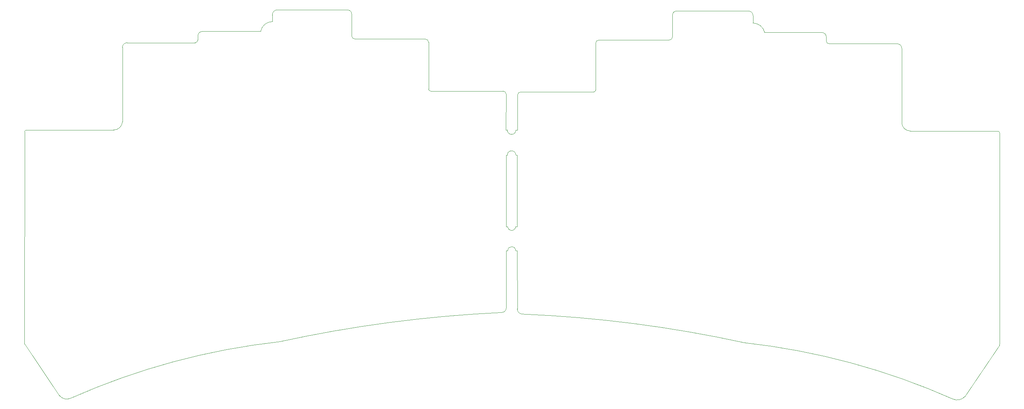
<source format=gbr>
%TF.GenerationSoftware,KiCad,Pcbnew,(6.0.5-0)*%
%TF.CreationDate,2022-06-22T19:02:17-07:00*%
%TF.ProjectId,Swept_3x5,53776570-745f-4337-9835-2e6b69636164,rev?*%
%TF.SameCoordinates,Original*%
%TF.FileFunction,Profile,NP*%
%FSLAX46Y46*%
G04 Gerber Fmt 4.6, Leading zero omitted, Abs format (unit mm)*
G04 Created by KiCad (PCBNEW (6.0.5-0)) date 2022-06-22 19:02:17*
%MOMM*%
%LPD*%
G01*
G04 APERTURE LIST*
%TA.AperFunction,Profile*%
%ADD10C,0.050000*%
%TD*%
G04 APERTURE END LIST*
D10*
X129730687Y-46329600D02*
X129740866Y-37947600D01*
X221890801Y-44661999D02*
X221890845Y-27337419D01*
X233848190Y-109091455D02*
G75*
G03*
X236583800Y-108473400I945310J2179055D01*
G01*
X221890797Y-44661999D02*
G75*
G03*
X223883800Y-46592917I1999703J69999D01*
G01*
X185235334Y-95939027D02*
G75*
G03*
X133561400Y-89271000I-64063635J-292903882D01*
G01*
X221890842Y-27337419D02*
G75*
G03*
X220818748Y-26245558I-1081942J9919D01*
G01*
X189961171Y-23624506D02*
X203258820Y-23618308D01*
X57353200Y-26009600D02*
G75*
G03*
X57988200Y-25374600I0J635000D01*
G01*
X187256999Y-19700400D02*
G75*
G03*
X186190020Y-18614508I-1076799J9100D01*
G01*
X93802209Y-19308139D02*
G75*
G03*
X92862400Y-18364200I-943909J39D01*
G01*
X130048000Y-46329600D02*
X129730687Y-46329600D01*
X132308601Y-52197000D02*
X132334001Y-68884800D01*
X132029201Y-52197000D02*
X132308601Y-52197000D01*
X57988200Y-24434800D02*
X57988200Y-25374600D01*
X111709200Y-25908000D02*
G75*
G03*
X110947200Y-25146000I-762000J0D01*
G01*
X18084800Y-46355000D02*
X38388198Y-46348917D01*
X129794001Y-68884800D02*
X129819401Y-52197000D01*
X41495252Y-26001555D02*
G75*
G03*
X40423155Y-27093419I9848J-1081945D01*
G01*
X38388198Y-46348918D02*
G75*
G03*
X40423199Y-44417999I35002J2000918D01*
G01*
X204325812Y-24678800D02*
G75*
G03*
X203258820Y-23618308I-1076812J-16400D01*
G01*
X40423155Y-27093419D02*
X40423199Y-44417999D01*
X223883800Y-46592917D02*
X244229200Y-46599000D01*
X129794000Y-87858600D02*
X129794000Y-74472800D01*
X169451600Y-18608209D02*
G75*
G03*
X168511800Y-19552139I4100J-943891D01*
G01*
X133129600Y-37493100D02*
G75*
G03*
X132443800Y-38178900I0J-685800D01*
G01*
X130149601Y-68884800D02*
X129794001Y-68884800D01*
X130048001Y-52197000D02*
X129819401Y-52197000D01*
X233848210Y-109091409D02*
G75*
G03*
X185235334Y-95939027I-66624810J-149837891D01*
G01*
X75331283Y-19558000D02*
X75336400Y-21082000D01*
X132443800Y-38178900D02*
X132422900Y-46380400D01*
X244635600Y-96510000D02*
X236583800Y-108473400D01*
X168511800Y-19552139D02*
X168511800Y-24628000D01*
X132029201Y-52197000D02*
G75*
G03*
X130048001Y-52197000I-990600J0D01*
G01*
X93802200Y-24384000D02*
X93802200Y-19308139D01*
X244655639Y-47019732D02*
G75*
G03*
X244229200Y-46599000I-420739J32D01*
G01*
X150147600Y-37505800D02*
X133129600Y-37493100D01*
X244655668Y-47019732D02*
X244686400Y-96256000D01*
X59055180Y-23374320D02*
G75*
G03*
X57988200Y-24434800I9820J-1076880D01*
G01*
X130149600Y-74472800D02*
X129794000Y-74472800D01*
X220818748Y-26245558D02*
X204960800Y-26253600D01*
X204325800Y-25618600D02*
X204325800Y-24678800D01*
X77078666Y-95695027D02*
G75*
G03*
X28465795Y-108847420I18011984J-162990303D01*
G01*
X57353200Y-26009600D02*
X41495252Y-26001558D01*
X18084800Y-46354971D02*
G75*
G03*
X17658332Y-46775732I-5700J-420729D01*
G01*
X167749800Y-25390000D02*
G75*
G03*
X168511800Y-24628000I0J762000D01*
G01*
X131064001Y-69774152D02*
G75*
G03*
X131978400Y-68884800I0J914752D01*
G01*
X59055180Y-23374308D02*
X72618600Y-23368000D01*
X132367600Y-88077200D02*
G75*
G03*
X133561400Y-89271000I1193800J0D01*
G01*
X93802200Y-24384000D02*
G75*
G03*
X94564200Y-25146000I762000J0D01*
G01*
X132422900Y-46380400D02*
X132041900Y-46380400D01*
X128691037Y-88899999D02*
G75*
G03*
X129794000Y-87858600I14948J1088951D01*
G01*
X132334000Y-74472800D02*
X131978400Y-74472800D01*
X167749800Y-25390000D02*
X151366800Y-25390000D01*
X150147600Y-37505800D02*
G75*
G03*
X150604800Y-37048600I0J457200D01*
G01*
X110947200Y-25146000D02*
X94564200Y-25146000D01*
X129740865Y-37947600D02*
G75*
G03*
X129032000Y-37261800I-686175J0D01*
G01*
X132334000Y-74472800D02*
X132367600Y-88077200D01*
X111709200Y-36804600D02*
G75*
G03*
X112166400Y-37261800I457200J0D01*
G01*
X25730198Y-108229402D02*
G75*
G03*
X28465795Y-108847420I1752852J1395392D01*
G01*
X130149602Y-68884800D02*
G75*
G03*
X131064001Y-69774152I914399J25400D01*
G01*
X204325800Y-25618600D02*
G75*
G03*
X204960800Y-26253600I635000J0D01*
G01*
X132334001Y-68884800D02*
X131978401Y-68884800D01*
X129032000Y-37261800D02*
X112166400Y-37261800D01*
X75336400Y-21082044D02*
G75*
G03*
X72618600Y-23368000I15700J-2777256D01*
G01*
X150604800Y-26152000D02*
X150604800Y-37048600D01*
X151366800Y-25390000D02*
G75*
G03*
X150604800Y-26152000I0J-762000D01*
G01*
X17627600Y-96012000D02*
G75*
G03*
X17678400Y-96266000I660400J0D01*
G01*
X130047920Y-46329595D02*
G75*
G03*
X132041900Y-46380400I996180J-57205D01*
G01*
X131978400Y-74472800D02*
G75*
G03*
X130149600Y-74472800I-914400J0D01*
G01*
X76657203Y-18338769D02*
G75*
G03*
X75331283Y-19558000I-122903J-1196931D01*
G01*
X189961171Y-23624506D02*
G75*
G03*
X187257000Y-21427600I-2729571J-597094D01*
G01*
X17627600Y-96012000D02*
X17658332Y-46775732D01*
X25730200Y-108229400D02*
X17678400Y-96266000D01*
X244635600Y-96510000D02*
G75*
G03*
X244686400Y-96256000I-609600J254000D01*
G01*
X186190020Y-18614508D02*
X169451600Y-18608200D01*
X92862400Y-18364200D02*
X76657200Y-18338800D01*
X111709200Y-36804600D02*
X111709200Y-25908000D01*
X187257000Y-21427600D02*
X187257000Y-19700400D01*
X128691037Y-88900000D02*
G75*
G03*
X77078666Y-95695027I14340782J-308338202D01*
G01*
M02*

</source>
